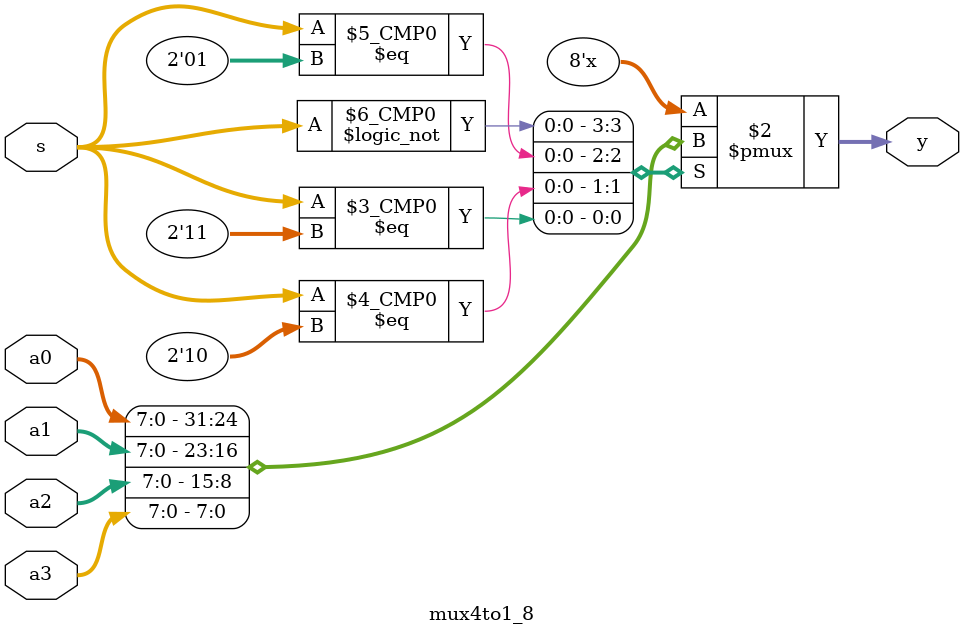
<source format=v>
`timescale 1ns / 1ps


module mux4to1_8(
    output reg [7:0] y,
    input [7:0] a0, a1, a2, a3,
    input [1:0] s
);
    always @(*) begin
        case(s)
            2'b00: y=a0;
            2'b01: y=a1;
            2'b10: y=a2;
            2'b11: y=a3;
        endcase
    end
endmodule

</source>
